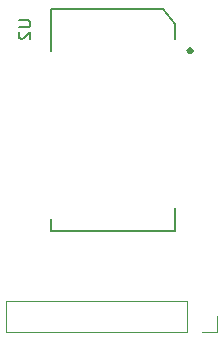
<source format=gbo>
G04 #@! TF.GenerationSoftware,KiCad,Pcbnew,8.0.5-dirty*
G04 #@! TF.CreationDate,2024-10-14T16:29:31+03:00*
G04 #@! TF.ProjectId,Kivipallur_PMW3360_breakout,4b697669-7061-46c6-9c75-725f504d5733,rev?*
G04 #@! TF.SameCoordinates,Original*
G04 #@! TF.FileFunction,Legend,Bot*
G04 #@! TF.FilePolarity,Positive*
%FSLAX46Y46*%
G04 Gerber Fmt 4.6, Leading zero omitted, Abs format (unit mm)*
G04 Created by KiCad (PCBNEW 8.0.5-dirty) date 2024-10-14 16:29:31*
%MOMM*%
%LPD*%
G01*
G04 APERTURE LIST*
%ADD10C,0.150000*%
%ADD11C,0.305001*%
%ADD12C,0.200000*%
%ADD13C,0.120000*%
%ADD14O,1.250000X1.250000*%
%ADD15R,1.250000X1.250000*%
%ADD16R,1.700000X1.700000*%
%ADD17O,1.700000X1.700000*%
G04 APERTURE END LIST*
D10*
X103138819Y-48340495D02*
X103948342Y-48340495D01*
X103948342Y-48340495D02*
X104043580Y-48388114D01*
X104043580Y-48388114D02*
X104091200Y-48435733D01*
X104091200Y-48435733D02*
X104138819Y-48530971D01*
X104138819Y-48530971D02*
X104138819Y-48721447D01*
X104138819Y-48721447D02*
X104091200Y-48816685D01*
X104091200Y-48816685D02*
X104043580Y-48864304D01*
X104043580Y-48864304D02*
X103948342Y-48911923D01*
X103948342Y-48911923D02*
X103138819Y-48911923D01*
X103234057Y-49340495D02*
X103186438Y-49388114D01*
X103186438Y-49388114D02*
X103138819Y-49483352D01*
X103138819Y-49483352D02*
X103138819Y-49721447D01*
X103138819Y-49721447D02*
X103186438Y-49816685D01*
X103186438Y-49816685D02*
X103234057Y-49864304D01*
X103234057Y-49864304D02*
X103329295Y-49911923D01*
X103329295Y-49911923D02*
X103424533Y-49911923D01*
X103424533Y-49911923D02*
X103567390Y-49864304D01*
X103567390Y-49864304D02*
X104138819Y-49292876D01*
X104138819Y-49292876D02*
X104138819Y-49911923D01*
D11*
X117806500Y-50910000D02*
G75*
G02*
X117501500Y-50910000I-152500J0D01*
G01*
X117501500Y-50910000D02*
G75*
G02*
X117806500Y-50910000I152500J0D01*
G01*
D12*
X116400000Y-48610000D02*
X116400000Y-49910000D01*
X116384000Y-66155200D02*
X105884000Y-66155200D01*
X116384000Y-64240800D02*
X116384000Y-66155200D01*
X115400000Y-47410000D02*
X116400000Y-48610000D01*
X105900000Y-50910000D02*
X105900000Y-47410000D01*
X105900000Y-47410000D02*
X115400000Y-47410000D01*
X105884000Y-65155200D02*
X105884000Y-66155200D01*
D13*
X102070000Y-72070000D02*
X102070000Y-74730000D01*
X102070000Y-72070000D02*
X117370000Y-72070000D01*
X102070000Y-74730000D02*
X117370000Y-74730000D01*
X117370000Y-72070000D02*
X117370000Y-74730000D01*
X119970000Y-73400000D02*
X119970000Y-74730000D01*
X119970000Y-74730000D02*
X118640000Y-74730000D01*
%LPC*%
D14*
X105700000Y-51800000D03*
X105700000Y-53580000D03*
X105700000Y-55360000D03*
X105700000Y-57140000D03*
X105700000Y-58920000D03*
X105700000Y-60700000D03*
X105700000Y-62480000D03*
X105700000Y-64260000D03*
X116400000Y-63370000D03*
X116400000Y-61590000D03*
X116400000Y-59810000D03*
X116400000Y-58030000D03*
X116400000Y-56250000D03*
X116400000Y-54470000D03*
X116400000Y-52690000D03*
D15*
X116400000Y-50910000D03*
D16*
X118640000Y-73400000D03*
D17*
X116100000Y-73400000D03*
X113560000Y-73400000D03*
X111020000Y-73400000D03*
X108480000Y-73400000D03*
X105940000Y-73400000D03*
X103400000Y-73400000D03*
%LPD*%
M02*

</source>
